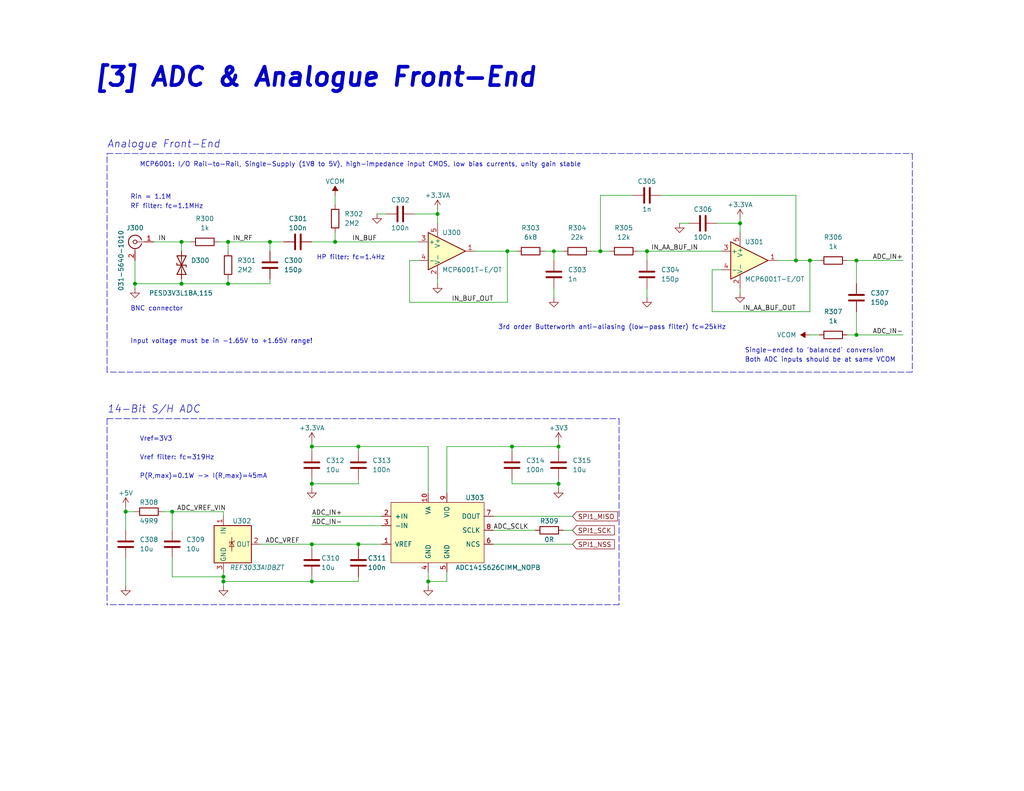
<source format=kicad_sch>
(kicad_sch (version 20211123) (generator eeschema)
  (paper "USLetter")
  (title_block (title "Mixed-Signal Demo PCB") (date "2022-10-05") (rev "1.0") (company "Cristóbal Cuevas Lagos"))
  (lib_symbols
    (symbol "Amplifier_Operational:MCP6001-OT" (pin_names (offset 0.127))
      (property "Reference" "U" (at -1.27 6.35 0))
      (property "Value" "MCP6001-OT" (at -1.27 3.81 0))
      (symbol "MCP6001-OT_0_1"
        (polyline (pts (xy -5.08 5.08) (xy 5.08 0) (xy -5.08 -5.08) (xy -5.08 5.08)) (stroke (width 0.254)) (fill (type background)))
        (pin power_in line (at -2.54 -7.62 90) (length 3.81) (name "V-") (number "2"))
        (pin power_in line (at -2.54 7.62 270) (length 3.81) (name "V+") (number "5"))
      )
      (symbol "MCP6001-OT_1_1"
        (pin output line (at 7.62 0 180) (length 2.54) (name "~") (number "1"))
        (pin input line (at -7.62 2.54 0) (length 2.54) (name "+") (number "3"))
        (pin input line (at -7.62 -2.54 0) (length 2.54) (name "-") (number "4"))
      )
    )
    (symbol "Connector:Conn_Coaxial" (pin_names (offset 1.016) hide)
      (property "Reference" "J" (at 0.254 3.048 0))
      (property "Value" "Conn_Coaxial" (at 2.921 0 90))
      (symbol "Conn_Coaxial_0_1"
        (arc (start -1.778 -0.508) (mid 0.222 -1.808) (end 1.778 0) (stroke (width 0.254)))
        (polyline (pts (xy -2.54 0) (xy -0.508 0)))
        (polyline (pts (xy 0 -2.54) (xy 0 -1.778)))
        (circle (center 0 0) (radius 0.508) (stroke (width 0.2032)))
        (arc (start 1.778 0) (mid 0.222 1.8083) (end -1.778 0.508) (stroke (width 0.254)))
      )
      (symbol "Conn_Coaxial_1_1"
        (pin passive line (at -5.08 0 0) (length 2.54) (name "In") (number "1"))
        (pin passive line (at 0 -5.08 90) (length 2.54) (name "Ext") (number "2"))
      )
    )
    (symbol "Device:C" (pin_numbers hide) (pin_names (offset 0.254))
      (property "Reference" "C" (at 0.635 2.54 0))
      (property "Value" "C" (at 0.635 -2.54 0))
      (symbol "C_0_1"
        (polyline (pts (xy -2.032 -0.762) (xy 2.032 -0.762)) (stroke (width 0.508)))
        (polyline (pts (xy -2.032 0.762) (xy 2.032 0.762)) (stroke (width 0.508)))
      )
      (symbol "C_1_1"
        (pin passive line (at 0 3.81 270) (length 2.794) (name "~") (number "1"))
        (pin passive line (at 0 -3.81 90) (length 2.794) (name "~") (number "2"))
      )
    )
    (symbol "Device:D_TVS" (pin_numbers hide) (pin_names (offset 1.016) hide)
      (property "Reference" "D" (at 0 2.54 0))
      (property "Value" "D_TVS" (at 0 -2.54 0))
      (symbol "D_TVS_0_1"
        (polyline (pts (xy 1.27 0) (xy -1.27 0)))
        (polyline (pts (xy 0.508 1.27) (xy 0 1.27) (xy 0 -1.27) (xy -0.508 -1.27)) (stroke (width 0.254)))
        (polyline (pts (xy -2.54 1.27) (xy -2.54 -1.27) (xy 2.54 1.27) (xy 2.54 -1.27) (xy -2.54 1.27)) (stroke (width 0.254)))
      )
      (symbol "D_TVS_1_1"
        (pin passive line (at -3.81 0 0) (length 2.54) (name "A1") (number "1"))
        (pin passive line (at 3.81 0 180) (length 2.54) (name "A2") (number "2"))
      )
    )
    (symbol "Device:R" (pin_numbers hide) (pin_names (offset 0))
      (property "Reference" "R" (at 2.032 0 90))
      (property "Value" "R" (at 0 0 90))
      (symbol "R_0_1"
        (rectangle (start -1.016 -2.54) (end 1.016 2.54) (stroke (width 0.254)))
      )
      (symbol "R_1_1"
        (pin passive line (at 0 3.81 270) (length 1.27) (name "~") (number "1"))
        (pin passive line (at 0 -3.81 90) (length 1.27) (name "~") (number "2"))
      )
    )
    (symbol "PhilsLab-KiCad-Symbols:ADC141S626CIMM_NOPB" (pin_names (offset 1.016))
      (property "Reference" "U" (at 11.43 10.16 0))
      (property "Value" "PhilsLab-KiCad-Symbols_ADC141S626CIMM_NOPB" (at 16.51 -8.89 0))
      (symbol "ADC141S626CIMM_NOPB_0_0"
        (pin input line (at -15.24 -2.54 0) (length 2.54) (name "VREF") (number "1"))
        (pin power_in line (at -2.54 11.43 270) (length 2.54) (name "VA") (number "10"))
        (pin input line (at -15.24 5.08 0) (length 2.54) (name "+IN") (number "2"))
        (pin input line (at -15.24 2.54 0) (length 2.54) (name "-IN") (number "3"))
        (pin power_in line (at -2.54 -10.16 90) (length 2.54) (name "GND") (number "4"))
        (pin power_in line (at 2.54 -10.16 90) (length 2.54) (name "GND") (number "5"))
        (pin input line (at 15.24 -2.54 180) (length 2.54) (name "NCS") (number "6"))
        (pin output line (at 15.24 5.08 180) (length 2.54) (name "DOUT") (number "7"))
        (pin input line (at 15.24 1.27 180) (length 2.54) (name "SCLK") (number "8"))
        (pin power_in line (at 2.54 11.43 270) (length 2.54) (name "VIO") (number "9"))
      )
      (symbol "ADC141S626CIMM_NOPB_0_1"
        (rectangle (start -12.7 8.89) (end 12.7 -7.62) (fill (type background)))
      )
    )
    (symbol "Reference_Voltage:REF3033" (pin_names (offset 0.254))
      (property "Reference" "U" (at 0 6.35 0))
      (property "Value" "REF3033" (at 2.54 -6.35 0))
      (symbol "REF3033_0_1"
        (rectangle (start -5.08 5.08) (end 5.08 -5.08) (stroke (width 0.254)) (fill (type background)))
        (polyline (pts (xy -0.254 1.905) (xy -0.254 -1.905)))
        (polyline (pts (xy -0.889 -0.635) (xy 0.381 -0.635) (xy -0.254 0.635) (xy -0.889 -0.635)))
        (polyline (pts (xy 0.381 1.016) (xy 0.381 0.635) (xy -0.889 0.635) (xy -0.889 0.254)))
      )
      (symbol "REF3033_1_1"
        (pin power_in line (at -2.54 7.62 270) (length 2.54) (name "IN") (number "1"))
        (pin power_out line (at 7.62 0 180) (length 2.54) (name "OUT") (number "2"))
        (pin power_in line (at -2.54 -7.62 90) (length 2.54) (name "GND") (number "3"))
      )
    )
    (symbol "power:+3.3VA" (power) (pin_names (offset 0))
      (property "Value" "+3.3VA" (at 0 3.556 0))
      (symbol "+3.3VA_0_1"
        (polyline (pts (xy -0.762 1.27) (xy 0 2.54)))
        (polyline (pts (xy 0 0) (xy 0 2.54)))
        (polyline (pts (xy 0 2.54) (xy 0.762 1.27)))
      )
      (symbol "+3.3VA_1_1"
        (pin power_in line (at 0 0 90) (length 0) hide (name "+3.3VA") (number "1"))
      )
    )
    (symbol "power:+3V3" (power) (pin_names (offset 0))
      (property "Value" "+3V3" (at 0 3.556 0))
      (symbol "+3V3_0_1"
        (polyline (pts (xy -0.762 1.27) (xy 0 2.54)))
        (polyline (pts (xy 0 0) (xy 0 2.54)))
        (polyline (pts (xy 0 2.54) (xy 0.762 1.27)))
      )
      (symbol "+3V3_1_1"
        (pin power_in line (at 0 0 90) (length 0) hide (name "+3V3") (number "1"))
      )
    )
    (symbol "power:+5V" (power) (pin_names (offset 0))
      (property "Value" "+5V" (at 0 3.556 0))
      (symbol "+5V_0_1"
        (polyline (pts (xy -0.762 1.27) (xy 0 2.54)))
        (polyline (pts (xy 0 0) (xy 0 2.54)))
        (polyline (pts (xy 0 2.54) (xy 0.762 1.27)))
      )
      (symbol "+5V_1_1"
        (pin power_in line (at 0 0 90) (length 0) hide (name "+5V") (number "1"))
      )
    )
    (symbol "power:GND" (power) (pin_names (offset 0))
      (property "Value" "GND" (at 0 -3.81 0))
      (symbol "GND_0_1"
        (polyline (pts (xy 0 0) (xy 0 -1.27) (xy 1.27 -1.27) (xy 0 -2.54) (xy -1.27 -1.27) (xy 0 -1.27)))
      )
      (symbol "GND_1_1"
        (pin power_in line (at 0 0 270) (length 0) hide (name "GND") (number "1"))
      )
    )
    (symbol "power:VCOM" (power) (pin_names (offset 0))
      (property "Value" "VCOM" (at 0 3.81 0))
      (symbol "VCOM_0_1"
        (polyline (pts (xy 0 0) (xy 0 2.54)))
        (polyline (pts (xy 0.762 1.27) (xy -0.762 1.27) (xy 0 2.54) (xy 0.762 1.27)) (fill (type outline)))
      )
      (symbol "VCOM_1_1"
        (pin power_in line (at 0 0 90) (length 0) hide (name "VCOM") (number "1"))
      )
    )
  )
  (junction (at 201.93 60.96))
  (junction (at 233.68 91.44))
  (junction (at 34.29 139.7))
  (junction (at 152.4 121.92))
  (junction (at 36.83 77.47))
  (junction (at 91.44 66.04))
  (junction (at 176.53 68.58))
  (junction (at 85.09 132.08))
  (junction (at 116.84 158.75))
  (junction (at 49.53 77.47))
  (junction (at 62.23 66.04))
  (junction (at 46.99 139.7))
  (junction (at 139.7 121.92))
  (junction (at 73.66 66.04))
  (junction (at 97.79 121.92))
  (junction (at 49.53 66.04))
  (junction (at 60.96 157.48))
  (junction (at 60.96 158.75))
  (junction (at 119.38 58.42))
  (junction (at 220.98 71.12))
  (junction (at 85.09 158.75))
  (junction (at 62.23 77.47))
  (junction (at 217.17 71.12))
  (junction (at 163.83 68.58))
  (junction (at 138.43 68.58))
  (junction (at 97.79 148.59))
  (junction (at 152.4 132.08))
  (junction (at 233.68 71.12))
  (junction (at 151.13 68.58))
  (junction (at 85.09 121.92))
  (junction (at 85.09 148.59))
  (wire (pts (xy 46.99 152.4) (xy 46.99 157.48)))
  (wire (pts (xy 111.76 82.55) (xy 138.43 82.55)))
  (wire (pts (xy 233.68 85.09) (xy 233.68 91.44)))
  (wire (pts (xy 62.23 66.04) (xy 73.66 66.04)))
  (wire (pts (xy 91.44 53.34) (xy 91.44 55.88)))
  (wire (pts (xy 119.38 77.47) (xy 119.38 76.2)))
  (wire (pts (xy 97.79 149.86) (xy 97.79 148.59)))
  (wire (pts (xy 34.29 144.78) (xy 34.29 139.7)))
  (wire (pts (xy 176.53 68.58) (xy 173.99 68.58)))
  (wire (pts (xy 163.83 53.34) (xy 172.72 53.34)))
  (wire (pts (xy 138.43 82.55) (xy 138.43 68.58)))
  (wire (pts (xy 62.23 66.04) (xy 59.69 66.04)))
  (wire (pts (xy 196.85 73.66) (xy 194.31 73.66)))
  (polyline (pts (xy 29.21 41.91) (xy 248.92 41.91)))
  (wire (pts (xy 153.67 68.58) (xy 151.13 68.58)))
  (wire (pts (xy 220.98 71.12) (xy 217.17 71.12)))
  (wire (pts (xy 49.53 77.47) (xy 62.23 77.47)))
  (wire (pts (xy 121.92 156.21) (xy 121.92 158.75)))
  (wire (pts (xy 194.31 73.66) (xy 194.31 85.09)))
  (wire (pts (xy 49.53 76.2) (xy 49.53 77.47)))
  (wire (pts (xy 114.3 71.12) (xy 111.76 71.12)))
  (wire (pts (xy 60.96 139.7) (xy 60.96 140.97)))
  (wire (pts (xy 85.09 158.75) (xy 60.96 158.75)))
  (wire (pts (xy 77.47 66.04) (xy 73.66 66.04)))
  (wire (pts (xy 49.53 66.04) (xy 52.07 66.04)))
  (wire (pts (xy 71.12 148.59) (xy 85.09 148.59)))
  (wire (pts (xy 62.23 68.58) (xy 62.23 66.04)))
  (wire (pts (xy 85.09 158.75) (xy 97.79 158.75)))
  (wire (pts (xy 134.62 148.59) (xy 156.21 148.59)))
  (wire (pts (xy 46.99 139.7) (xy 60.96 139.7)))
  (wire (pts (xy 62.23 77.47) (xy 62.23 76.2)))
  (wire (pts (xy 152.4 120.65) (xy 152.4 121.92)))
  (wire (pts (xy 34.29 138.43) (xy 34.29 139.7)))
  (wire (pts (xy 246.38 71.12) (xy 233.68 71.12)))
  (wire (pts (xy 139.7 123.19) (xy 139.7 121.92)))
  (wire (pts (xy 151.13 78.74) (xy 151.13 81.28)))
  (wire (pts (xy 46.99 157.48) (xy 60.96 157.48)))
  (wire (pts (xy 60.96 157.48) (xy 60.96 158.75)))
  (wire (pts (xy 62.23 77.47) (xy 73.66 77.47)))
  (wire (pts (xy 46.99 144.78) (xy 46.99 139.7)))
  (wire (pts (xy 36.83 77.47) (xy 36.83 71.12)))
  (wire (pts (xy 201.93 60.96) (xy 201.93 59.69)))
  (wire (pts (xy 85.09 143.51) (xy 104.14 143.51)))
  (wire (pts (xy 34.29 139.7) (xy 36.83 139.7)))
  (wire (pts (xy 85.09 66.04) (xy 91.44 66.04)))
  (wire (pts (xy 163.83 68.58) (xy 163.83 53.34)))
  (wire (pts (xy 139.7 132.08) (xy 139.7 130.81)))
  (wire (pts (xy 36.83 78.74) (xy 36.83 77.47)))
  (wire (pts (xy 91.44 66.04) (xy 91.44 63.5)))
  (polyline (pts (xy 168.91 165.1) (xy 29.21 165.1)))
  (wire (pts (xy 151.13 71.12) (xy 151.13 68.58)))
  (wire (pts (xy 113.03 58.42) (xy 119.38 58.42)))
  (wire (pts (xy 116.84 160.02) (xy 116.84 158.75)))
  (wire (pts (xy 152.4 133.35) (xy 152.4 132.08)))
  (polyline (pts (xy 248.92 101.6) (xy 29.21 101.6)))
  (wire (pts (xy 134.62 140.97) (xy 156.21 140.97)))
  (wire (pts (xy 166.37 68.58) (xy 163.83 68.58)))
  (wire (pts (xy 146.05 144.78) (xy 134.62 144.78)))
  (wire (pts (xy 140.97 68.58) (xy 138.43 68.58)))
  (wire (pts (xy 49.53 68.58) (xy 49.53 66.04)))
  (wire (pts (xy 97.79 123.19) (xy 97.79 121.92)))
  (wire (pts (xy 97.79 158.75) (xy 97.79 157.48)))
  (wire (pts (xy 176.53 78.74) (xy 176.53 81.28)))
  (wire (pts (xy 217.17 71.12) (xy 212.09 71.12)))
  (wire (pts (xy 217.17 53.34) (xy 217.17 71.12)))
  (wire (pts (xy 104.14 140.97) (xy 85.09 140.97)))
  (wire (pts (xy 152.4 132.08) (xy 139.7 132.08)))
  (wire (pts (xy 85.09 132.08) (xy 97.79 132.08)))
  (wire (pts (xy 34.29 160.02) (xy 34.29 152.4)))
  (wire (pts (xy 152.4 132.08) (xy 152.4 130.81)))
  (wire (pts (xy 85.09 149.86) (xy 85.09 148.59)))
  (wire (pts (xy 85.09 121.92) (xy 97.79 121.92)))
  (wire (pts (xy 49.53 77.47) (xy 36.83 77.47)))
  (wire (pts (xy 223.52 71.12) (xy 220.98 71.12)))
  (wire (pts (xy 119.38 58.42) (xy 119.38 60.96)))
  (wire (pts (xy 195.58 60.96) (xy 201.93 60.96)))
  (polyline (pts (xy 29.21 114.3) (xy 168.91 114.3)))
  (wire (pts (xy 85.09 148.59) (xy 97.79 148.59)))
  (wire (pts (xy 220.98 85.09) (xy 220.98 71.12)))
  (wire (pts (xy 41.91 66.04) (xy 49.53 66.04)))
  (wire (pts (xy 163.83 68.58) (xy 161.29 68.58)))
  (polyline (pts (xy 248.92 41.91) (xy 248.92 101.6)))
  (wire (pts (xy 233.68 71.12) (xy 231.14 71.12)))
  (polyline (pts (xy 168.91 114.3) (xy 168.91 165.1)))
  (wire (pts (xy 91.44 66.04) (xy 114.3 66.04)))
  (wire (pts (xy 116.84 158.75) (xy 121.92 158.75)))
  (wire (pts (xy 196.85 68.58) (xy 176.53 68.58)))
  (wire (pts (xy 85.09 123.19) (xy 85.09 121.92)))
  (wire (pts (xy 121.92 121.92) (xy 121.92 134.62)))
  (wire (pts (xy 201.93 80.01) (xy 201.93 78.74)))
  (wire (pts (xy 152.4 123.19) (xy 152.4 121.92)))
  (wire (pts (xy 201.93 60.96) (xy 201.93 63.5)))
  (wire (pts (xy 111.76 71.12) (xy 111.76 82.55)))
  (polyline (pts (xy 29.21 114.3) (xy 29.21 165.1)))
  (wire (pts (xy 44.45 139.7) (xy 46.99 139.7)))
  (wire (pts (xy 246.38 91.44) (xy 233.68 91.44)))
  (wire (pts (xy 152.4 121.92) (xy 139.7 121.92)))
  (wire (pts (xy 85.09 121.92) (xy 85.09 120.65)))
  (wire (pts (xy 180.34 53.34) (xy 217.17 53.34)))
  (wire (pts (xy 156.21 144.78) (xy 153.67 144.78)))
  (wire (pts (xy 97.79 121.92) (xy 116.84 121.92)))
  (wire (pts (xy 185.42 60.96) (xy 187.96 60.96)))
  (wire (pts (xy 97.79 132.08) (xy 97.79 130.81)))
  (wire (pts (xy 85.09 158.75) (xy 85.09 157.48)))
  (wire (pts (xy 176.53 71.12) (xy 176.53 68.58)))
  (wire (pts (xy 85.09 133.35) (xy 85.09 132.08)))
  (wire (pts (xy 194.31 85.09) (xy 220.98 85.09)))
  (wire (pts (xy 138.43 68.58) (xy 129.54 68.58)))
  (polyline (pts (xy 29.21 101.6) (xy 29.21 41.91)))
  (wire (pts (xy 220.98 91.44) (xy 223.52 91.44)))
  (wire (pts (xy 119.38 58.42) (xy 119.38 57.15)))
  (wire (pts (xy 60.96 156.21) (xy 60.96 157.48)))
  (wire (pts (xy 73.66 77.47) (xy 73.66 76.2)))
  (wire (pts (xy 139.7 121.92) (xy 121.92 121.92)))
  (wire (pts (xy 60.96 158.75) (xy 60.96 160.02)))
  (wire (pts (xy 233.68 91.44) (xy 231.14 91.44)))
  (wire (pts (xy 116.84 121.92) (xy 116.84 134.62)))
  (wire (pts (xy 73.66 68.58) (xy 73.66 66.04)))
  (wire (pts (xy 233.68 77.47) (xy 233.68 71.12)))
  (wire (pts (xy 151.13 68.58) (xy 148.59 68.58)))
  (wire (pts (xy 102.87 58.42) (xy 105.41 58.42)))
  (wire (pts (xy 85.09 132.08) (xy 85.09 130.81)))
  (wire (pts (xy 116.84 156.21) (xy 116.84 158.75)))
  (wire (pts (xy 97.79 148.59) (xy 104.14 148.59)))
  (text "HP filter: fc=1.4Hz" (at 86.36 71.12 0) (effects (font (size 1.27 1.27)) (justify left bottom)))
  (text "Both ADC inputs should be at same VCOM" (at 203.2 99.06 0) (effects (font (size 1.27 1.27)) (justify left bottom)))
  (text "BNC connector" (at 35.56 85.09 0) (effects (font (size 1.27 1.27)) (justify left bottom)))
  (text "Rin = 1.1M" (at 35.56 54.61 0) (effects (font (size 1.27 1.27)) (justify left bottom)))
  (text "14-Bit S/H ADC" (at 29.21 113.03 0) (effects (font (size 2.0066 2.0066) italic) (justify left bottom)))
  (text "Vref filter: fc=319Hz" (at 38.1 125.73 0) (effects (font (size 1.27 1.27)) (justify left bottom)))
  (text "Input voltage must be in -1.65V to +1.65V range!" (at 35.56 93.98 0) (effects (font (size 1.27 1.27)) (justify left bottom)))
  (text "Analogue Front-End" (at 29.21 40.64 0) (effects (font (size 2.0066 2.0066) italic) (justify left bottom)))
  (text "Single-ended to 'balanced' conversion" (at 203.2 96.52 0) (effects (font (size 1.27 1.27)) (justify left bottom)))
  (text "RF filter: fc=1.1MHz" (at 35.56 57.15 0) (effects (font (size 1.27 1.27)) (justify left bottom)))
  (text "3rd order Butterworth anti-aliasing (low-pass filter) fc=25kHz" (at 135.89 90.17 0) (effects (font (size 1.27 1.27)) (justify left bottom)))
  (text "MCP6001: I/O Rail-to-Rail, Single-Supply (1V8 to 5V), high-impedance input CMOS, low bias currents, unity gain stable" (at 38.1 45.72 0) (effects (font (size 1.27 1.27)) (justify left bottom)))
  (text "P(R,max)=0.1W -> I(R,max)=45mA" (at 38.1 130.81 0) (effects (font (size 1.27 1.27)) (justify left bottom)))
  (text "Vref=3V3" (at 38.1 120.65 0) (effects (font (size 1.27 1.27)) (justify left bottom)))
  (text "[3] ADC & Analogue Front-End" (at 25.4 24.13 0) (effects (font (size 5.0038 5.0038) (thickness 1.0008) bold italic) (justify left bottom)))
  (label "IN_RF" (at 63.5 66.04 0))
  (label "IN_BUF_OUT" (at 134.62 82.55 180))
  (label "ADC_IN-" (at 85.09 143.51 0))
  (label "ADC_IN+" (at 246.38 71.12 180))
  (label "IN_AA_BUF_IN" (at 190.5 68.58 180))
  (label "ADC_SCLK" (at 134.62 144.78 0))
  (label "ADC_VREF" (at 72.39 148.59 0))
  (label "ADC_IN-" (at 246.38 91.44 180))
  (label "IN_BUF" (at 102.87 66.04 180))
  (label "IN_AA_BUF_OUT" (at 217.17 85.09 180))
  (label "ADC_VREF_VIN" (at 48.26 139.7 0))
  (label "ADC_IN+" (at 85.09 140.97 0))
  (label "IN" (at 43.18 66.04 0))
  (global_label "SPI1_MISO" (shape input) (at 156.21 140.97 0) (property "Intersheet References" "${INTERSHEET_REFS}" (effects hide)))
  (global_label "SPI1_SCK" (shape input) (at 156.21 144.78 0) (property "Intersheet References" "${INTERSHEET_REFS}" (effects hide)))
  (global_label "SPI1_NSS" (shape input) (at 156.21 148.59 0) (property "Intersheet References" "${INTERSHEET_REFS}" (effects hide)))
  (symbol (lib_id "PhilsLab-KiCad-Symbols:ADC141S626CIMM_NOPB") (at 119.38 146.05 0) (unit 1)
    (property "Reference" "U303" (at 129.54 135.89 0))
    (property "Value" "ADC141S626CIMM_NOPB" (at 135.89 154.94 0))
    (property "Footprint" "Mixed signal:VSSOP-10" (effects hide))
  )
  (symbol (lib_id "power:+3V3") (at 152.4 120.65 0) (unit 1)
    (property "Reference" "#PWR053" (effects hide))
    (property "Value" "+3V3" (at 152.4 116.84 0))
  )
  (symbol (lib_id "Device:C") (at 139.7 127 0) (unit 1)
    (property "Reference" "C314" (at 143.51 125.73 0) (effects (justify left)))
    (property "Value" "100n" (at 143.51 128.27 0) (effects (justify left)))
    (property "Footprint" "Capacitor_SMD:C_0402_1005Metric" (effects hide))
  )
  (symbol (lib_id "Device:R") (at 149.86 144.78 270) (unit 1)
    (property "Reference" "R309" (at 149.86 142.24 90))
    (property "Value" "0R" (at 149.86 147.32 90))
    (property "Footprint" "Resistor_SMD:R_0402_1005Metric" (effects hide))
  )
  (symbol (lib_id "power:GND") (at 116.84 160.02 0) (unit 1)
    (property "Reference" "#PWR059" (effects hide))
    (property "Value" "GND" (effects hide))
  )
  (symbol (lib_id "Device:C") (at 152.4 127 0) (unit 1)
    (property "Reference" "C315" (at 156.21 125.73 0) (effects (justify left)))
    (property "Value" "10u" (at 156.21 128.27 0) (effects (justify left)))
    (property "Footprint" "Capacitor_SMD:C_0603_1608Metric" (effects hide))
  )
  (symbol (lib_id "power:GND") (at 152.4 133.35 0) (unit 1)
    (property "Reference" "#PWR055" (effects hide))
    (property "Value" "GND" (effects hide))
  )
  (symbol (lib_id "Device:C") (at 97.79 127 0) (unit 1)
    (property "Reference" "C313" (at 101.6 125.73 0) (effects (justify left)))
    (property "Value" "100n" (at 101.6 128.27 0) (effects (justify left)))
    (property "Footprint" "Capacitor_SMD:C_0402_1005Metric" (effects hide))
  )
  (symbol (lib_id "Device:C") (at 85.09 127 0) (unit 1)
    (property "Reference" "C312" (at 88.9 125.73 0) (effects (justify left)))
    (property "Value" "10u" (at 88.9 128.27 0) (effects (justify left)))
    (property "Footprint" "Capacitor_SMD:C_0603_1608Metric" (effects hide))
  )
  (symbol (lib_id "power:GND") (at 85.09 133.35 0) (unit 1)
    (property "Reference" "#PWR054" (effects hide))
    (property "Value" "GND" (effects hide))
  )
  (symbol (lib_id "Device:C") (at 97.79 153.67 0) (unit 1)
    (property "Reference" "C311" (at 100.33 152.4 0) (effects (justify left)))
    (property "Value" "100n" (at 100.33 154.94 0) (effects (justify left)))
    (property "Footprint" "Capacitor_SMD:C_0402_1005Metric" (effects hide))
  )
  (symbol (lib_id "Device:C") (at 85.09 153.67 0) (unit 1)
    (property "Reference" "C310" (at 87.63 152.4 0) (effects (justify left)))
    (property "Value" "10u" (at 87.63 154.94 0) (effects (justify left)))
    (property "Footprint" "Capacitor_SMD:C_0603_1608Metric" (effects hide))
  )
  (symbol (lib_id "power:GND") (at 60.96 160.02 0) (unit 1)
    (property "Reference" "#PWR058" (effects hide))
    (property "Value" "GND" (effects hide))
  )
  (symbol (lib_id "Amplifier_Operational:MCP6001-OT") (at 121.92 68.58 0) (unit 1)
    (property "Reference" "U300" (at 120.65 63.5 0) (effects (justify left)))
    (property "Value" "MCP6001T-E/OT" (at 120.65 73.66 0) (effects (justify left)))
    (property "Footprint" "Package_TO_SOT_SMD:SOT-23-5" (effects hide))
    (property "Datasheet" "http://ww1.microchip.com/downloads/en/DeviceDoc/21733j.pdf" (effects hide))
  )
  (symbol (lib_id "Device:C") (at 109.22 58.42 270) (unit 1)
    (property "Reference" "C302" (at 106.68 54.61 90) (effects (justify left)))
    (property "Value" "100n" (at 106.68 62.23 90) (effects (justify left)))
    (property "Footprint" "Capacitor_SMD:C_0402_1005Metric" (effects hide))
  )
  (symbol (lib_id "power:GND") (at 119.38 77.47 0) (unit 1)
    (property "Reference" "#PWR046" (effects hide))
    (property "Value" "GND" (effects hide))
  )
  (symbol (lib_id "power:GND") (at 102.87 58.42 0) (unit 1)
    (property "Reference" "#PWR043" (effects hide))
    (property "Value" "GND" (effects hide))
  )
  (symbol (lib_id "Device:R") (at 55.88 66.04 270) (unit 1)
    (property "Reference" "R300" (at 55.88 59.69 90))
    (property "Value" "1k" (at 55.88 62.23 90))
    (property "Footprint" "Resistor_SMD:R_0402_1005Metric" (effects hide))
  )
  (symbol (lib_id "Device:R") (at 62.23 72.39 180) (unit 1)
    (property "Reference" "R301" (at 64.77 71.12 0) (effects (justify right)))
    (property "Value" "2M2" (at 64.77 73.66 0) (effects (justify right)))
    (property "Footprint" "Resistor_SMD:R_0402_1005Metric" (effects hide))
  )
  (symbol (lib_id "Device:C") (at 73.66 72.39 0) (unit 1)
    (property "Reference" "C300" (at 77.47 71.12 0) (effects (justify left)))
    (property "Value" "150p" (at 77.47 73.66 0) (effects (justify left)))
    (property "Footprint" "Capacitor_SMD:C_0402_1005Metric" (effects hide))
  )
  (symbol (lib_id "power:GND") (at 36.83 78.74 0) (unit 1)
    (property "Reference" "#PWR047" (effects hide))
    (property "Value" "GND" (effects hide))
  )
  (symbol (lib_id "Device:C") (at 81.28 66.04 270) (unit 1)
    (property "Reference" "C301" (at 78.74 59.69 90) (effects (justify left)))
    (property "Value" "100n" (at 78.74 62.23 90) (effects (justify left)))
    (property "Footprint" "Capacitor_SMD:C_0402_1005Metric" (effects hide))
  )
  (symbol (lib_id "power:VCOM") (at 91.44 53.34 0) (unit 1)
    (property "Reference" "#PWR041" (effects hide))
    (property "Value" "VCOM" (at 91.44 49.53 0))
  )
  (symbol (lib_id "Device:R") (at 91.44 59.69 180) (unit 1)
    (property "Reference" "R302" (at 93.98 58.42 0) (effects (justify right)))
    (property "Value" "2M2" (at 93.98 60.96 0) (effects (justify right)))
    (property "Footprint" "Resistor_SMD:R_0402_1005Metric" (effects hide))
  )
  (symbol (lib_id "Amplifier_Operational:MCP6001-OT") (at 204.47 71.12 0) (unit 1)
    (property "Reference" "U301" (at 203.2 66.04 0) (effects (justify left)))
    (property "Value" "MCP6001T-E/OT" (at 203.2 76.2 0) (effects (justify left)))
    (property "Footprint" "Package_TO_SOT_SMD:SOT-23-5" (effects hide))
    (property "Datasheet" "http://ww1.microchip.com/downloads/en/DeviceDoc/21733j.pdf" (effects hide))
  )
  (symbol (lib_id "Device:C") (at 191.77 60.96 270) (unit 1)
    (property "Reference" "C306" (at 189.23 57.15 90) (effects (justify left)))
    (property "Value" "100n" (at 189.23 64.77 90) (effects (justify left)))
    (property "Footprint" "Capacitor_SMD:C_0402_1005Metric" (effects hide))
  )
  (symbol (lib_id "power:GND") (at 201.93 80.01 0) (unit 1)
    (property "Reference" "#PWR048" (effects hide))
    (property "Value" "GND" (effects hide))
  )
  (symbol (lib_id "power:GND") (at 185.42 60.96 0) (unit 1)
    (property "Reference" "#PWR045" (effects hide))
    (property "Value" "GND" (effects hide))
  )
  (symbol (lib_id "Device:R") (at 144.78 68.58 270) (unit 1)
    (property "Reference" "R303" (at 144.78 62.23 90))
    (property "Value" "6k8" (at 144.78 64.77 90))
    (property "Footprint" "Resistor_SMD:R_0402_1005Metric" (effects hide))
  )
  (symbol (lib_id "Device:C") (at 151.13 74.93 0) (unit 1)
    (property "Reference" "C303" (at 154.94 73.66 0) (effects (justify left)))
    (property "Value" "1n" (at 154.94 76.2 0) (effects (justify left)))
    (property "Footprint" "Capacitor_SMD:C_0402_1005Metric" (effects hide))
  )
  (symbol (lib_id "Device:R") (at 157.48 68.58 270) (unit 1)
    (property "Reference" "R304" (at 157.48 62.23 90))
    (property "Value" "22k" (at 157.48 64.77 90))
    (property "Footprint" "Resistor_SMD:R_0402_1005Metric" (effects hide))
  )
  (symbol (lib_id "power:GND") (at 151.13 81.28 0) (unit 1)
    (property "Reference" "#PWR049" (effects hide))
    (property "Value" "GND" (effects hide))
  )
  (symbol (lib_id "Device:R") (at 170.18 68.58 270) (unit 1)
    (property "Reference" "R305" (at 170.18 62.23 90))
    (property "Value" "12k" (at 170.18 64.77 90))
    (property "Footprint" "Resistor_SMD:R_0402_1005Metric" (effects hide))
  )
  (symbol (lib_id "Device:C") (at 176.53 74.93 0) (unit 1)
    (property "Reference" "C304" (at 180.34 73.66 0) (effects (justify left)))
    (property "Value" "150p" (at 180.34 76.2 0) (effects (justify left)))
    (property "Footprint" "Capacitor_SMD:C_0402_1005Metric" (effects hide))
  )
  (symbol (lib_id "Device:R") (at 227.33 71.12 270) (unit 1)
    (property "Reference" "R306" (at 227.33 64.77 90))
    (property "Value" "1k" (at 227.33 67.31 90))
    (property "Footprint" "Resistor_SMD:R_0402_1005Metric" (effects hide))
  )
  (symbol (lib_id "Device:R") (at 227.33 91.44 270) (unit 1)
    (property "Reference" "R307" (at 227.33 85.09 90))
    (property "Value" "1k" (at 227.33 87.63 90))
    (property "Footprint" "Resistor_SMD:R_0402_1005Metric" (effects hide))
  )
  (symbol (lib_id "Device:C") (at 233.68 81.28 0) (unit 1)
    (property "Reference" "C307" (at 237.49 80.01 0) (effects (justify left)))
    (property "Value" "150p" (at 237.49 82.55 0) (effects (justify left)))
    (property "Footprint" "Capacitor_SMD:C_0402_1005Metric" (effects hide))
  )
  (symbol (lib_id "power:GND") (at 176.53 81.28 0) (unit 1)
    (property "Reference" "#PWR050" (effects hide))
    (property "Value" "GND" (effects hide))
  )
  (symbol (lib_id "power:VCOM") (at 220.98 91.44 90) (unit 1)
    (property "Reference" "#PWR051" (effects hide))
    (property "Value" "VCOM" (at 214.63 91.44 90))
  )
  (symbol (lib_id "Device:D_TVS") (at 49.53 72.39 270) (unit 1)
    (property "Reference" "D300" (at 52.07 71.12 90) (effects (justify left)))
    (property "Value" "PESD3V3L1BA,115" (at 40.64 80.01 90) (effects (justify left)))
    (property "Footprint" "Diode_SMD:D_SOD-323" (effects hide))
  )
  (symbol (lib_id "Connector:Conn_Coaxial") (at 36.83 66.04 0) (mirror y) (unit 1)
    (property "Reference" "J300" (at 36.83 62.23 0))
    (property "Value" "031-5640-1010" (at 33.02 71.12 90))
    (property "Footprint" "Mixed signal:AMPHENOL-BNC-031-5640-1010" (effects hide))
    (property "Datasheet" " ~" (effects hide))
  )
  (symbol (lib_id "Reference_Voltage:REF3033") (at 63.5 148.59 0) (unit 1)
    (property "Reference" "U302" (at 68.58 142.24 0) (effects (justify right)))
    (property "Value" "REF3033AIDBZT" (at 77.47 154.94 0) (effects (font italic) (justify right)))
    (property "Footprint" "Package_TO_SOT_SMD:SOT-23" (effects hide))
    (property "Datasheet" "http://www.ti.com/lit/ds/symlink/ref3033.pdf" (effects hide))
  )
  (symbol (lib_id "Device:C") (at 46.99 148.59 0) (unit 1)
    (property "Reference" "C309" (at 50.8 147.32 0) (effects (justify left)))
    (property "Value" "10u" (at 50.8 149.86 0) (effects (justify left)))
    (property "Footprint" "Capacitor_SMD:C_0603_1608Metric" (effects hide))
  )
  (symbol (lib_id "Device:R") (at 40.64 139.7 270) (unit 1)
    (property "Reference" "R308" (at 40.64 137.16 90))
    (property "Value" "49R9" (at 40.64 142.24 90))
    (property "Footprint" "Resistor_SMD:R_0402_1005Metric" (effects hide))
  )
  (symbol (lib_id "Device:C") (at 34.29 148.59 0) (unit 1)
    (property "Reference" "C308" (at 38.1 147.32 0) (effects (justify left)))
    (property "Value" "10u" (at 38.1 149.86 0) (effects (justify left)))
    (property "Footprint" "Capacitor_SMD:C_0603_1608Metric" (effects hide))
  )
  (symbol (lib_id "power:GND") (at 34.29 160.02 0) (unit 1)
    (property "Reference" "#PWR057" (effects hide))
    (property "Value" "GND" (effects hide))
  )
  (symbol (lib_id "power:+5V") (at 34.29 138.43 0) (unit 1)
    (property "Reference" "#PWR056" (effects hide))
    (property "Value" "+5V" (at 34.29 134.62 0))
  )
  (symbol (lib_id "power:+3.3VA") (at 85.09 120.65 0) (unit 1)
    (property "Reference" "#PWR052" (effects hide))
    (property "Value" "+3.3VA" (at 85.09 116.84 0))
  )
  (symbol (lib_id "power:+3.3VA") (at 119.38 57.15 0) (unit 1)
    (property "Reference" "#PWR042" (effects hide))
    (property "Value" "+3.3VA" (at 119.38 53.34 0))
  )
  (symbol (lib_id "power:+3.3VA") (at 201.93 59.69 0) (unit 1)
    (property "Reference" "#PWR044" (effects hide))
    (property "Value" "+3.3VA" (at 201.93 55.88 0))
  )
  (symbol (lib_id "Device:C") (at 176.53 53.34 90) (unit 1)
    (property "Reference" "C305" (at 179.07 49.53 90) (effects (justify left)))
    (property "Value" "1n" (at 177.8 57.15 90) (effects (justify left)))
    (property "Footprint" "Capacitor_SMD:C_0402_1005Metric" (effects hide))
  )
)
</source>
